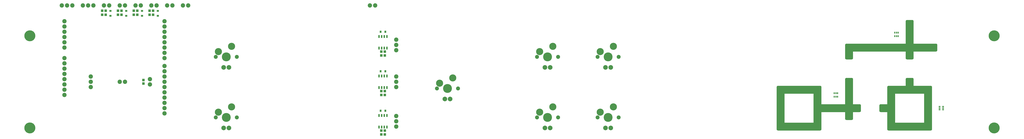
<source format=gbs>
G04 EAGLE Gerber RS-274X export*
G75*
%MOMM*%
%FSLAX34Y34*%
%LPD*%
%INSoldermask Bottom*%
%IPPOS*%
%AMOC8*
5,1,8,0,0,1.08239X$1,22.5*%
G01*
%ADD10C,5.283200*%
%ADD11R,0.833200X1.033200*%
%ADD12C,2.082800*%
%ADD13R,0.803200X1.403200*%
%ADD14R,1.303200X1.203200*%
%ADD15R,1.033200X0.833200*%
%ADD16C,4.292600*%
%ADD17C,1.910081*%
%ADD18C,2.235200*%
%ADD19C,3.429000*%
%ADD20R,0.603200X0.903200*%
%ADD21R,0.903200X0.603200*%
%ADD22R,1.203200X1.303200*%

G36*
X3898903Y209551D02*
X3898903Y209551D01*
X3898906Y209551D01*
X3899253Y209571D01*
X3899611Y209591D01*
X3899614Y209591D01*
X3899617Y209591D01*
X3899957Y209650D01*
X3900314Y209710D01*
X3900316Y209711D01*
X3900319Y209711D01*
X3900664Y209811D01*
X3900998Y209907D01*
X3901001Y209909D01*
X3901004Y209909D01*
X3901328Y210044D01*
X3901656Y210180D01*
X3901659Y210182D01*
X3901661Y210183D01*
X3901973Y210355D01*
X3902280Y210525D01*
X3902282Y210527D01*
X3902285Y210528D01*
X3902582Y210739D01*
X3902861Y210938D01*
X3902863Y210939D01*
X3902865Y210941D01*
X3903133Y211181D01*
X3903392Y211412D01*
X3903394Y211415D01*
X3903396Y211416D01*
X3903634Y211684D01*
X3903866Y211944D01*
X3903868Y211946D01*
X3903870Y211948D01*
X3904068Y212229D01*
X3904278Y212525D01*
X3904280Y212528D01*
X3904281Y212530D01*
X3904444Y212826D01*
X3904622Y213149D01*
X3904623Y213152D01*
X3904625Y213154D01*
X3904756Y213472D01*
X3904894Y213807D01*
X3904895Y213810D01*
X3904896Y213813D01*
X3904991Y214142D01*
X3905091Y214492D01*
X3905092Y214495D01*
X3905092Y214498D01*
X3905152Y214851D01*
X3905210Y215194D01*
X3905210Y215197D01*
X3905211Y215200D01*
X3905249Y215900D01*
X3905249Y298451D01*
X4019551Y298451D01*
X4019551Y266700D01*
X4019551Y266697D01*
X4019551Y266694D01*
X4019571Y266347D01*
X4019591Y265989D01*
X4019591Y265986D01*
X4019591Y265983D01*
X4019650Y265643D01*
X4019710Y265286D01*
X4019711Y265284D01*
X4019711Y265281D01*
X4019811Y264936D01*
X4019907Y264602D01*
X4019909Y264599D01*
X4019909Y264596D01*
X4020044Y264272D01*
X4020180Y263944D01*
X4020182Y263941D01*
X4020183Y263939D01*
X4020355Y263627D01*
X4020525Y263320D01*
X4020527Y263318D01*
X4020528Y263315D01*
X4020739Y263018D01*
X4020938Y262739D01*
X4020939Y262737D01*
X4020941Y262735D01*
X4021181Y262467D01*
X4021412Y262208D01*
X4021415Y262206D01*
X4021416Y262204D01*
X4021684Y261966D01*
X4021944Y261734D01*
X4021946Y261732D01*
X4021948Y261730D01*
X4022229Y261532D01*
X4022525Y261322D01*
X4022528Y261321D01*
X4022530Y261319D01*
X4022826Y261156D01*
X4023149Y260978D01*
X4023152Y260977D01*
X4023154Y260975D01*
X4023472Y260844D01*
X4023807Y260706D01*
X4023810Y260705D01*
X4023813Y260704D01*
X4024142Y260610D01*
X4024492Y260509D01*
X4024495Y260508D01*
X4024498Y260508D01*
X4024851Y260448D01*
X4025194Y260390D01*
X4025197Y260390D01*
X4025200Y260389D01*
X4025900Y260351D01*
X4051300Y260351D01*
X4051303Y260351D01*
X4051306Y260351D01*
X4051653Y260371D01*
X4052011Y260391D01*
X4052014Y260391D01*
X4052017Y260391D01*
X4052357Y260450D01*
X4052714Y260510D01*
X4052716Y260511D01*
X4052719Y260511D01*
X4053064Y260611D01*
X4053398Y260707D01*
X4053401Y260709D01*
X4053404Y260709D01*
X4053728Y260844D01*
X4054056Y260980D01*
X4054059Y260982D01*
X4054061Y260983D01*
X4054373Y261155D01*
X4054680Y261325D01*
X4054682Y261327D01*
X4054685Y261328D01*
X4054982Y261539D01*
X4055261Y261738D01*
X4055263Y261739D01*
X4055265Y261741D01*
X4055533Y261981D01*
X4055792Y262212D01*
X4055794Y262215D01*
X4055796Y262216D01*
X4056034Y262484D01*
X4056266Y262744D01*
X4056268Y262746D01*
X4056270Y262748D01*
X4056468Y263029D01*
X4056678Y263325D01*
X4056680Y263328D01*
X4056681Y263330D01*
X4056844Y263626D01*
X4057022Y263949D01*
X4057023Y263952D01*
X4057025Y263954D01*
X4057156Y264272D01*
X4057294Y264607D01*
X4057295Y264610D01*
X4057296Y264613D01*
X4057391Y264942D01*
X4057491Y265292D01*
X4057492Y265295D01*
X4057492Y265298D01*
X4057552Y265651D01*
X4057610Y265994D01*
X4057610Y265997D01*
X4057611Y266000D01*
X4057649Y266700D01*
X4057649Y298451D01*
X4089400Y298451D01*
X4089403Y298451D01*
X4089406Y298451D01*
X4089753Y298471D01*
X4090111Y298491D01*
X4090114Y298491D01*
X4090117Y298491D01*
X4090457Y298550D01*
X4090814Y298610D01*
X4090816Y298611D01*
X4090819Y298611D01*
X4091164Y298711D01*
X4091498Y298807D01*
X4091501Y298809D01*
X4091504Y298809D01*
X4091828Y298944D01*
X4092156Y299080D01*
X4092159Y299082D01*
X4092161Y299083D01*
X4092473Y299255D01*
X4092780Y299425D01*
X4092782Y299427D01*
X4092785Y299428D01*
X4093082Y299639D01*
X4093361Y299838D01*
X4093363Y299839D01*
X4093365Y299841D01*
X4093633Y300081D01*
X4093892Y300312D01*
X4093894Y300315D01*
X4093896Y300316D01*
X4094134Y300584D01*
X4094366Y300844D01*
X4094368Y300846D01*
X4094370Y300848D01*
X4094568Y301129D01*
X4094778Y301425D01*
X4094780Y301428D01*
X4094781Y301430D01*
X4094944Y301726D01*
X4095122Y302049D01*
X4095123Y302052D01*
X4095125Y302054D01*
X4095256Y302372D01*
X4095394Y302707D01*
X4095395Y302710D01*
X4095396Y302713D01*
X4095491Y303042D01*
X4095591Y303392D01*
X4095592Y303395D01*
X4095592Y303398D01*
X4095652Y303751D01*
X4095710Y304094D01*
X4095710Y304097D01*
X4095711Y304100D01*
X4095749Y304800D01*
X4095749Y330200D01*
X4095749Y330203D01*
X4095749Y330206D01*
X4095730Y330539D01*
X4095709Y330911D01*
X4095709Y330914D01*
X4095709Y330917D01*
X4095650Y331257D01*
X4095590Y331614D01*
X4095589Y331616D01*
X4095589Y331619D01*
X4095489Y331964D01*
X4095393Y332298D01*
X4095391Y332301D01*
X4095391Y332304D01*
X4095256Y332628D01*
X4095120Y332956D01*
X4095118Y332959D01*
X4095117Y332961D01*
X4094945Y333273D01*
X4094775Y333580D01*
X4094773Y333582D01*
X4094772Y333585D01*
X4094561Y333882D01*
X4094363Y334161D01*
X4094361Y334163D01*
X4094359Y334165D01*
X4094120Y334432D01*
X4093888Y334692D01*
X4093885Y334694D01*
X4093884Y334696D01*
X4093616Y334934D01*
X4093356Y335166D01*
X4093354Y335168D01*
X4093352Y335170D01*
X4093071Y335368D01*
X4092775Y335578D01*
X4092772Y335580D01*
X4092770Y335581D01*
X4092474Y335744D01*
X4092151Y335922D01*
X4092148Y335923D01*
X4092146Y335925D01*
X4091828Y336056D01*
X4091493Y336194D01*
X4091490Y336195D01*
X4091487Y336196D01*
X4091158Y336291D01*
X4090808Y336391D01*
X4090805Y336392D01*
X4090803Y336392D01*
X4090449Y336452D01*
X4090106Y336510D01*
X4090103Y336510D01*
X4090100Y336511D01*
X4089400Y336549D01*
X4057649Y336549D01*
X4057649Y457200D01*
X4057649Y457203D01*
X4057649Y457206D01*
X4057629Y457553D01*
X4057609Y457911D01*
X4057609Y457914D01*
X4057609Y457917D01*
X4057550Y458257D01*
X4057490Y458614D01*
X4057489Y458616D01*
X4057489Y458619D01*
X4057389Y458964D01*
X4057293Y459298D01*
X4057291Y459301D01*
X4057291Y459304D01*
X4057156Y459628D01*
X4057020Y459956D01*
X4057018Y459959D01*
X4057017Y459961D01*
X4056845Y460273D01*
X4056675Y460580D01*
X4056673Y460582D01*
X4056672Y460585D01*
X4056461Y460882D01*
X4056263Y461161D01*
X4056261Y461163D01*
X4056259Y461165D01*
X4056019Y461433D01*
X4055788Y461692D01*
X4055785Y461694D01*
X4055784Y461696D01*
X4055516Y461934D01*
X4055256Y462166D01*
X4055254Y462168D01*
X4055252Y462170D01*
X4054971Y462368D01*
X4054675Y462578D01*
X4054672Y462580D01*
X4054670Y462581D01*
X4054374Y462744D01*
X4054051Y462922D01*
X4054048Y462923D01*
X4054046Y462925D01*
X4053728Y463056D01*
X4053393Y463194D01*
X4053390Y463195D01*
X4053387Y463196D01*
X4053058Y463291D01*
X4052708Y463391D01*
X4052705Y463392D01*
X4052703Y463392D01*
X4052349Y463452D01*
X4052006Y463510D01*
X4052003Y463510D01*
X4052000Y463511D01*
X4051300Y463549D01*
X4025900Y463549D01*
X4025897Y463549D01*
X4025894Y463549D01*
X4025547Y463529D01*
X4025189Y463509D01*
X4025186Y463509D01*
X4025183Y463509D01*
X4024843Y463450D01*
X4024486Y463390D01*
X4024484Y463389D01*
X4024481Y463389D01*
X4024136Y463289D01*
X4023802Y463193D01*
X4023799Y463191D01*
X4023796Y463191D01*
X4023472Y463056D01*
X4023144Y462920D01*
X4023141Y462918D01*
X4023139Y462917D01*
X4022827Y462745D01*
X4022520Y462575D01*
X4022518Y462573D01*
X4022515Y462572D01*
X4022218Y462361D01*
X4021939Y462163D01*
X4021937Y462161D01*
X4021935Y462159D01*
X4021667Y461919D01*
X4021408Y461688D01*
X4021407Y461685D01*
X4021404Y461684D01*
X4021166Y461416D01*
X4020934Y461156D01*
X4020932Y461154D01*
X4020930Y461152D01*
X4020732Y460871D01*
X4020522Y460575D01*
X4020521Y460572D01*
X4020519Y460570D01*
X4020356Y460274D01*
X4020178Y459951D01*
X4020177Y459948D01*
X4020175Y459946D01*
X4020044Y459628D01*
X4019906Y459293D01*
X4019905Y459290D01*
X4019904Y459287D01*
X4019810Y458958D01*
X4019709Y458608D01*
X4019708Y458605D01*
X4019708Y458603D01*
X4019648Y458249D01*
X4019590Y457906D01*
X4019590Y457903D01*
X4019589Y457900D01*
X4019551Y457200D01*
X4019551Y336549D01*
X3905249Y336549D01*
X3905249Y419100D01*
X3905249Y419103D01*
X3905249Y419106D01*
X3905231Y419429D01*
X3905209Y419811D01*
X3905209Y419814D01*
X3905209Y419817D01*
X3905150Y420157D01*
X3905090Y420514D01*
X3905089Y420516D01*
X3905089Y420519D01*
X3904989Y420864D01*
X3904893Y421198D01*
X3904891Y421201D01*
X3904891Y421204D01*
X3904756Y421528D01*
X3904620Y421856D01*
X3904618Y421859D01*
X3904617Y421861D01*
X3904445Y422173D01*
X3904275Y422480D01*
X3904273Y422482D01*
X3904272Y422485D01*
X3904061Y422782D01*
X3903863Y423061D01*
X3903861Y423063D01*
X3903859Y423065D01*
X3903629Y423322D01*
X3903388Y423592D01*
X3903385Y423594D01*
X3903384Y423596D01*
X3903116Y423834D01*
X3902856Y424066D01*
X3902854Y424068D01*
X3902852Y424070D01*
X3902571Y424268D01*
X3902275Y424478D01*
X3902272Y424480D01*
X3902270Y424481D01*
X3901974Y424644D01*
X3901651Y424822D01*
X3901648Y424823D01*
X3901646Y424825D01*
X3901328Y424956D01*
X3900993Y425094D01*
X3900990Y425095D01*
X3900987Y425096D01*
X3900658Y425191D01*
X3900308Y425291D01*
X3900305Y425292D01*
X3900303Y425292D01*
X3899949Y425352D01*
X3899606Y425410D01*
X3899603Y425410D01*
X3899600Y425411D01*
X3898900Y425449D01*
X3695700Y425449D01*
X3695697Y425449D01*
X3695694Y425449D01*
X3695347Y425429D01*
X3694989Y425409D01*
X3694986Y425409D01*
X3694983Y425409D01*
X3694643Y425350D01*
X3694286Y425290D01*
X3694284Y425289D01*
X3694281Y425289D01*
X3693936Y425189D01*
X3693602Y425093D01*
X3693599Y425091D01*
X3693596Y425091D01*
X3693272Y424956D01*
X3692944Y424820D01*
X3692941Y424818D01*
X3692939Y424817D01*
X3692627Y424645D01*
X3692320Y424475D01*
X3692318Y424473D01*
X3692315Y424472D01*
X3692018Y424261D01*
X3691739Y424063D01*
X3691737Y424061D01*
X3691735Y424059D01*
X3691467Y423819D01*
X3691208Y423588D01*
X3691207Y423585D01*
X3691204Y423584D01*
X3690966Y423316D01*
X3690734Y423056D01*
X3690732Y423054D01*
X3690730Y423052D01*
X3690532Y422771D01*
X3690322Y422475D01*
X3690321Y422472D01*
X3690319Y422470D01*
X3690156Y422174D01*
X3689978Y421851D01*
X3689977Y421848D01*
X3689975Y421846D01*
X3689844Y421528D01*
X3689706Y421193D01*
X3689705Y421190D01*
X3689704Y421187D01*
X3689610Y420858D01*
X3689509Y420508D01*
X3689508Y420505D01*
X3689508Y420503D01*
X3689448Y420149D01*
X3689390Y419806D01*
X3689390Y419803D01*
X3689389Y419800D01*
X3689351Y419100D01*
X3689351Y215900D01*
X3689351Y215897D01*
X3689351Y215894D01*
X3689371Y215547D01*
X3689391Y215189D01*
X3689391Y215186D01*
X3689391Y215183D01*
X3689450Y214843D01*
X3689510Y214486D01*
X3689511Y214484D01*
X3689511Y214481D01*
X3689611Y214136D01*
X3689707Y213802D01*
X3689709Y213799D01*
X3689709Y213796D01*
X3689844Y213472D01*
X3689980Y213144D01*
X3689982Y213141D01*
X3689983Y213139D01*
X3690155Y212827D01*
X3690325Y212520D01*
X3690327Y212518D01*
X3690328Y212515D01*
X3690539Y212218D01*
X3690738Y211939D01*
X3690739Y211937D01*
X3690741Y211935D01*
X3690981Y211667D01*
X3691212Y211408D01*
X3691215Y211407D01*
X3691216Y211404D01*
X3691484Y211166D01*
X3691744Y210934D01*
X3691746Y210932D01*
X3691748Y210930D01*
X3692029Y210732D01*
X3692325Y210522D01*
X3692328Y210521D01*
X3692330Y210519D01*
X3692626Y210356D01*
X3692949Y210178D01*
X3692952Y210177D01*
X3692954Y210175D01*
X3693272Y210044D01*
X3693607Y209906D01*
X3693610Y209905D01*
X3693613Y209904D01*
X3693942Y209810D01*
X3694292Y209709D01*
X3694295Y209708D01*
X3694298Y209708D01*
X3694651Y209648D01*
X3694994Y209590D01*
X3694997Y209590D01*
X3695000Y209589D01*
X3695700Y209551D01*
X3898900Y209551D01*
X3898903Y209551D01*
G37*
G36*
X4432303Y209551D02*
X4432303Y209551D01*
X4432306Y209551D01*
X4432653Y209571D01*
X4433011Y209591D01*
X4433014Y209591D01*
X4433017Y209591D01*
X4433357Y209650D01*
X4433714Y209710D01*
X4433716Y209711D01*
X4433719Y209711D01*
X4434064Y209811D01*
X4434398Y209907D01*
X4434401Y209909D01*
X4434404Y209909D01*
X4434728Y210044D01*
X4435056Y210180D01*
X4435059Y210182D01*
X4435061Y210183D01*
X4435373Y210355D01*
X4435680Y210525D01*
X4435682Y210527D01*
X4435685Y210528D01*
X4435982Y210739D01*
X4436261Y210938D01*
X4436263Y210939D01*
X4436265Y210941D01*
X4436533Y211181D01*
X4436792Y211412D01*
X4436794Y211415D01*
X4436796Y211416D01*
X4437034Y211684D01*
X4437266Y211944D01*
X4437268Y211946D01*
X4437270Y211948D01*
X4437468Y212229D01*
X4437678Y212525D01*
X4437680Y212528D01*
X4437681Y212530D01*
X4437844Y212826D01*
X4438022Y213149D01*
X4438023Y213152D01*
X4438025Y213154D01*
X4438156Y213472D01*
X4438294Y213807D01*
X4438295Y213810D01*
X4438296Y213813D01*
X4438391Y214142D01*
X4438491Y214492D01*
X4438492Y214495D01*
X4438492Y214498D01*
X4438552Y214851D01*
X4438610Y215194D01*
X4438610Y215197D01*
X4438611Y215200D01*
X4438649Y215900D01*
X4438649Y419100D01*
X4438649Y419103D01*
X4438649Y419106D01*
X4438631Y419429D01*
X4438609Y419811D01*
X4438609Y419814D01*
X4438609Y419817D01*
X4438550Y420157D01*
X4438490Y420514D01*
X4438489Y420516D01*
X4438489Y420519D01*
X4438389Y420864D01*
X4438293Y421198D01*
X4438291Y421201D01*
X4438291Y421204D01*
X4438156Y421528D01*
X4438020Y421856D01*
X4438018Y421859D01*
X4438017Y421861D01*
X4437845Y422173D01*
X4437675Y422480D01*
X4437673Y422482D01*
X4437672Y422485D01*
X4437461Y422782D01*
X4437263Y423061D01*
X4437261Y423063D01*
X4437259Y423065D01*
X4437029Y423322D01*
X4436788Y423592D01*
X4436785Y423594D01*
X4436784Y423596D01*
X4436516Y423834D01*
X4436256Y424066D01*
X4436254Y424068D01*
X4436252Y424070D01*
X4435971Y424268D01*
X4435675Y424478D01*
X4435672Y424480D01*
X4435670Y424481D01*
X4435374Y424644D01*
X4435051Y424822D01*
X4435048Y424823D01*
X4435046Y424825D01*
X4434728Y424956D01*
X4434393Y425094D01*
X4434390Y425095D01*
X4434387Y425096D01*
X4434058Y425191D01*
X4433708Y425291D01*
X4433705Y425292D01*
X4433703Y425292D01*
X4433349Y425352D01*
X4433006Y425410D01*
X4433003Y425410D01*
X4433000Y425411D01*
X4432300Y425449D01*
X4349749Y425449D01*
X4349749Y457200D01*
X4349749Y457203D01*
X4349749Y457206D01*
X4349729Y457553D01*
X4349709Y457911D01*
X4349709Y457914D01*
X4349709Y457917D01*
X4349650Y458257D01*
X4349590Y458614D01*
X4349589Y458616D01*
X4349589Y458619D01*
X4349489Y458964D01*
X4349393Y459298D01*
X4349391Y459301D01*
X4349391Y459304D01*
X4349256Y459628D01*
X4349120Y459956D01*
X4349118Y459959D01*
X4349117Y459961D01*
X4348945Y460273D01*
X4348775Y460580D01*
X4348773Y460582D01*
X4348772Y460585D01*
X4348561Y460882D01*
X4348363Y461161D01*
X4348361Y461163D01*
X4348359Y461165D01*
X4348119Y461433D01*
X4347888Y461692D01*
X4347885Y461694D01*
X4347884Y461696D01*
X4347616Y461934D01*
X4347356Y462166D01*
X4347354Y462168D01*
X4347352Y462170D01*
X4347071Y462368D01*
X4346775Y462578D01*
X4346772Y462580D01*
X4346770Y462581D01*
X4346474Y462744D01*
X4346151Y462922D01*
X4346148Y462923D01*
X4346146Y462925D01*
X4345828Y463056D01*
X4345493Y463194D01*
X4345490Y463195D01*
X4345487Y463196D01*
X4345158Y463291D01*
X4344808Y463391D01*
X4344805Y463392D01*
X4344803Y463392D01*
X4344449Y463452D01*
X4344106Y463510D01*
X4344103Y463510D01*
X4344100Y463511D01*
X4343400Y463549D01*
X4318000Y463549D01*
X4317997Y463549D01*
X4317994Y463549D01*
X4317647Y463529D01*
X4317289Y463509D01*
X4317286Y463509D01*
X4317283Y463509D01*
X4316943Y463450D01*
X4316586Y463390D01*
X4316584Y463389D01*
X4316581Y463389D01*
X4316236Y463289D01*
X4315902Y463193D01*
X4315899Y463191D01*
X4315896Y463191D01*
X4315572Y463056D01*
X4315244Y462920D01*
X4315241Y462918D01*
X4315239Y462917D01*
X4314927Y462745D01*
X4314620Y462575D01*
X4314618Y462573D01*
X4314615Y462572D01*
X4314318Y462361D01*
X4314039Y462163D01*
X4314037Y462161D01*
X4314035Y462159D01*
X4313767Y461919D01*
X4313508Y461688D01*
X4313507Y461685D01*
X4313504Y461684D01*
X4313266Y461416D01*
X4313034Y461156D01*
X4313032Y461154D01*
X4313030Y461152D01*
X4312832Y460871D01*
X4312622Y460575D01*
X4312621Y460572D01*
X4312619Y460570D01*
X4312456Y460274D01*
X4312278Y459951D01*
X4312277Y459948D01*
X4312275Y459946D01*
X4312144Y459628D01*
X4312006Y459293D01*
X4312005Y459290D01*
X4312004Y459287D01*
X4311910Y458958D01*
X4311809Y458608D01*
X4311808Y458605D01*
X4311808Y458603D01*
X4311748Y458249D01*
X4311690Y457906D01*
X4311690Y457903D01*
X4311689Y457900D01*
X4311651Y457200D01*
X4311651Y425449D01*
X4229100Y425449D01*
X4229097Y425449D01*
X4229094Y425449D01*
X4228747Y425429D01*
X4228389Y425409D01*
X4228386Y425409D01*
X4228383Y425409D01*
X4228043Y425350D01*
X4227686Y425290D01*
X4227684Y425289D01*
X4227681Y425289D01*
X4227336Y425189D01*
X4227002Y425093D01*
X4226999Y425091D01*
X4226996Y425091D01*
X4226672Y424956D01*
X4226344Y424820D01*
X4226341Y424818D01*
X4226339Y424817D01*
X4226027Y424645D01*
X4225720Y424475D01*
X4225718Y424473D01*
X4225715Y424472D01*
X4225418Y424261D01*
X4225139Y424063D01*
X4225137Y424061D01*
X4225135Y424059D01*
X4224867Y423819D01*
X4224608Y423588D01*
X4224607Y423585D01*
X4224604Y423584D01*
X4224366Y423316D01*
X4224134Y423056D01*
X4224132Y423054D01*
X4224130Y423052D01*
X4223932Y422771D01*
X4223722Y422475D01*
X4223721Y422472D01*
X4223719Y422470D01*
X4223556Y422174D01*
X4223378Y421851D01*
X4223377Y421848D01*
X4223375Y421846D01*
X4223244Y421528D01*
X4223106Y421193D01*
X4223105Y421190D01*
X4223104Y421187D01*
X4223010Y420858D01*
X4222909Y420508D01*
X4222908Y420505D01*
X4222908Y420503D01*
X4222848Y420149D01*
X4222790Y419806D01*
X4222790Y419803D01*
X4222789Y419800D01*
X4222751Y419100D01*
X4222751Y336549D01*
X4191000Y336549D01*
X4190997Y336549D01*
X4190994Y336549D01*
X4190647Y336529D01*
X4190289Y336509D01*
X4190286Y336509D01*
X4190283Y336509D01*
X4189943Y336450D01*
X4189586Y336390D01*
X4189584Y336389D01*
X4189581Y336389D01*
X4189236Y336289D01*
X4188902Y336193D01*
X4188899Y336191D01*
X4188896Y336191D01*
X4188572Y336056D01*
X4188244Y335920D01*
X4188241Y335918D01*
X4188239Y335917D01*
X4187927Y335745D01*
X4187620Y335575D01*
X4187618Y335573D01*
X4187615Y335572D01*
X4187318Y335361D01*
X4187039Y335163D01*
X4187037Y335161D01*
X4187035Y335159D01*
X4186767Y334919D01*
X4186508Y334688D01*
X4186507Y334685D01*
X4186504Y334684D01*
X4186266Y334416D01*
X4186034Y334156D01*
X4186032Y334154D01*
X4186030Y334152D01*
X4185832Y333871D01*
X4185622Y333575D01*
X4185621Y333572D01*
X4185619Y333570D01*
X4185456Y333274D01*
X4185278Y332951D01*
X4185277Y332948D01*
X4185275Y332946D01*
X4185144Y332628D01*
X4185006Y332293D01*
X4185005Y332290D01*
X4185004Y332287D01*
X4184910Y331958D01*
X4184809Y331608D01*
X4184808Y331605D01*
X4184808Y331603D01*
X4184748Y331249D01*
X4184690Y330906D01*
X4184690Y330903D01*
X4184689Y330900D01*
X4184651Y330200D01*
X4184651Y304800D01*
X4184651Y304797D01*
X4184651Y304794D01*
X4184671Y304437D01*
X4184691Y304089D01*
X4184691Y304086D01*
X4184691Y304083D01*
X4184750Y303743D01*
X4184810Y303386D01*
X4184811Y303384D01*
X4184811Y303381D01*
X4184911Y303036D01*
X4185007Y302702D01*
X4185009Y302699D01*
X4185009Y302696D01*
X4185144Y302372D01*
X4185280Y302044D01*
X4185282Y302041D01*
X4185283Y302039D01*
X4185455Y301727D01*
X4185625Y301420D01*
X4185627Y301418D01*
X4185628Y301415D01*
X4185839Y301118D01*
X4186038Y300839D01*
X4186039Y300837D01*
X4186041Y300835D01*
X4186281Y300567D01*
X4186512Y300308D01*
X4186515Y300307D01*
X4186516Y300304D01*
X4186784Y300066D01*
X4187044Y299834D01*
X4187046Y299832D01*
X4187048Y299830D01*
X4187329Y299632D01*
X4187625Y299422D01*
X4187628Y299421D01*
X4187630Y299419D01*
X4187926Y299256D01*
X4188249Y299078D01*
X4188252Y299077D01*
X4188254Y299075D01*
X4188572Y298944D01*
X4188907Y298806D01*
X4188910Y298805D01*
X4188913Y298804D01*
X4189242Y298710D01*
X4189592Y298609D01*
X4189595Y298608D01*
X4189598Y298608D01*
X4189951Y298548D01*
X4190294Y298490D01*
X4190297Y298490D01*
X4190300Y298489D01*
X4191000Y298451D01*
X4222751Y298451D01*
X4222751Y215900D01*
X4222751Y215897D01*
X4222751Y215894D01*
X4222771Y215547D01*
X4222791Y215189D01*
X4222791Y215186D01*
X4222791Y215183D01*
X4222850Y214843D01*
X4222910Y214486D01*
X4222911Y214484D01*
X4222911Y214481D01*
X4223011Y214136D01*
X4223107Y213802D01*
X4223109Y213799D01*
X4223109Y213796D01*
X4223244Y213472D01*
X4223380Y213144D01*
X4223382Y213141D01*
X4223383Y213139D01*
X4223555Y212827D01*
X4223725Y212520D01*
X4223727Y212518D01*
X4223728Y212515D01*
X4223939Y212218D01*
X4224138Y211939D01*
X4224139Y211937D01*
X4224141Y211935D01*
X4224381Y211667D01*
X4224612Y211408D01*
X4224615Y211407D01*
X4224616Y211404D01*
X4224884Y211166D01*
X4225144Y210934D01*
X4225146Y210932D01*
X4225148Y210930D01*
X4225429Y210732D01*
X4225725Y210522D01*
X4225728Y210521D01*
X4225730Y210519D01*
X4226026Y210356D01*
X4226349Y210178D01*
X4226352Y210177D01*
X4226354Y210175D01*
X4226672Y210044D01*
X4227007Y209906D01*
X4227010Y209905D01*
X4227013Y209904D01*
X4227342Y209810D01*
X4227692Y209709D01*
X4227695Y209708D01*
X4227698Y209708D01*
X4228051Y209648D01*
X4228394Y209590D01*
X4228397Y209590D01*
X4228400Y209589D01*
X4229100Y209551D01*
X4432300Y209551D01*
X4432303Y209551D01*
G37*
G36*
X4051303Y552451D02*
X4051303Y552451D01*
X4051306Y552451D01*
X4051653Y552471D01*
X4052011Y552491D01*
X4052014Y552491D01*
X4052017Y552491D01*
X4052357Y552550D01*
X4052714Y552610D01*
X4052716Y552611D01*
X4052719Y552611D01*
X4053064Y552711D01*
X4053398Y552807D01*
X4053401Y552809D01*
X4053404Y552809D01*
X4053728Y552944D01*
X4054056Y553080D01*
X4054059Y553082D01*
X4054061Y553083D01*
X4054373Y553255D01*
X4054680Y553425D01*
X4054682Y553427D01*
X4054685Y553428D01*
X4054982Y553639D01*
X4055261Y553838D01*
X4055263Y553839D01*
X4055265Y553841D01*
X4055533Y554081D01*
X4055792Y554312D01*
X4055794Y554315D01*
X4055796Y554316D01*
X4056034Y554584D01*
X4056266Y554844D01*
X4056268Y554846D01*
X4056270Y554848D01*
X4056468Y555129D01*
X4056678Y555425D01*
X4056680Y555428D01*
X4056681Y555430D01*
X4056844Y555726D01*
X4057022Y556049D01*
X4057023Y556052D01*
X4057025Y556054D01*
X4057156Y556372D01*
X4057294Y556707D01*
X4057295Y556710D01*
X4057296Y556713D01*
X4057391Y557042D01*
X4057491Y557392D01*
X4057492Y557395D01*
X4057492Y557398D01*
X4057552Y557751D01*
X4057610Y558094D01*
X4057610Y558097D01*
X4057611Y558100D01*
X4057649Y558800D01*
X4057649Y590551D01*
X4311651Y590551D01*
X4311651Y558800D01*
X4311651Y558797D01*
X4311651Y558794D01*
X4311671Y558447D01*
X4311691Y558089D01*
X4311691Y558086D01*
X4311691Y558083D01*
X4311750Y557743D01*
X4311810Y557386D01*
X4311811Y557384D01*
X4311811Y557381D01*
X4311911Y557036D01*
X4312007Y556702D01*
X4312009Y556699D01*
X4312009Y556696D01*
X4312144Y556372D01*
X4312280Y556044D01*
X4312282Y556041D01*
X4312283Y556039D01*
X4312455Y555727D01*
X4312625Y555420D01*
X4312627Y555418D01*
X4312628Y555415D01*
X4312839Y555118D01*
X4313038Y554839D01*
X4313039Y554837D01*
X4313041Y554835D01*
X4313281Y554567D01*
X4313512Y554308D01*
X4313515Y554307D01*
X4313516Y554304D01*
X4313784Y554066D01*
X4314044Y553834D01*
X4314046Y553832D01*
X4314048Y553830D01*
X4314329Y553632D01*
X4314625Y553422D01*
X4314628Y553421D01*
X4314630Y553419D01*
X4314926Y553256D01*
X4315249Y553078D01*
X4315252Y553077D01*
X4315254Y553075D01*
X4315572Y552944D01*
X4315907Y552806D01*
X4315910Y552805D01*
X4315913Y552804D01*
X4316242Y552710D01*
X4316592Y552609D01*
X4316595Y552608D01*
X4316598Y552608D01*
X4316951Y552548D01*
X4317294Y552490D01*
X4317297Y552490D01*
X4317300Y552489D01*
X4318000Y552451D01*
X4343400Y552451D01*
X4343403Y552451D01*
X4343406Y552451D01*
X4343753Y552471D01*
X4344111Y552491D01*
X4344114Y552491D01*
X4344117Y552491D01*
X4344457Y552550D01*
X4344814Y552610D01*
X4344816Y552611D01*
X4344819Y552611D01*
X4345164Y552711D01*
X4345498Y552807D01*
X4345501Y552809D01*
X4345504Y552809D01*
X4345828Y552944D01*
X4346156Y553080D01*
X4346159Y553082D01*
X4346161Y553083D01*
X4346473Y553255D01*
X4346780Y553425D01*
X4346782Y553427D01*
X4346785Y553428D01*
X4347082Y553639D01*
X4347361Y553838D01*
X4347363Y553839D01*
X4347365Y553841D01*
X4347633Y554081D01*
X4347892Y554312D01*
X4347894Y554315D01*
X4347896Y554316D01*
X4348134Y554584D01*
X4348366Y554844D01*
X4348368Y554846D01*
X4348370Y554848D01*
X4348568Y555129D01*
X4348778Y555425D01*
X4348780Y555428D01*
X4348781Y555430D01*
X4348944Y555726D01*
X4349122Y556049D01*
X4349123Y556052D01*
X4349125Y556054D01*
X4349256Y556372D01*
X4349394Y556707D01*
X4349395Y556710D01*
X4349396Y556713D01*
X4349491Y557042D01*
X4349591Y557392D01*
X4349592Y557395D01*
X4349592Y557398D01*
X4349652Y557751D01*
X4349710Y558094D01*
X4349710Y558097D01*
X4349711Y558100D01*
X4349749Y558800D01*
X4349749Y590551D01*
X4457700Y590551D01*
X4457703Y590551D01*
X4457706Y590551D01*
X4458053Y590571D01*
X4458411Y590591D01*
X4458414Y590591D01*
X4458417Y590591D01*
X4458757Y590650D01*
X4459114Y590710D01*
X4459116Y590711D01*
X4459119Y590711D01*
X4459464Y590811D01*
X4459798Y590907D01*
X4459801Y590909D01*
X4459804Y590909D01*
X4460128Y591044D01*
X4460456Y591180D01*
X4460459Y591182D01*
X4460461Y591183D01*
X4460773Y591355D01*
X4461080Y591525D01*
X4461082Y591527D01*
X4461085Y591528D01*
X4461382Y591739D01*
X4461661Y591938D01*
X4461663Y591939D01*
X4461665Y591941D01*
X4461933Y592181D01*
X4462192Y592412D01*
X4462194Y592415D01*
X4462196Y592416D01*
X4462434Y592684D01*
X4462666Y592944D01*
X4462668Y592946D01*
X4462670Y592948D01*
X4462868Y593229D01*
X4463078Y593525D01*
X4463080Y593528D01*
X4463081Y593530D01*
X4463244Y593826D01*
X4463422Y594149D01*
X4463423Y594152D01*
X4463425Y594154D01*
X4463556Y594472D01*
X4463694Y594807D01*
X4463695Y594810D01*
X4463696Y594813D01*
X4463791Y595142D01*
X4463891Y595492D01*
X4463892Y595495D01*
X4463892Y595498D01*
X4463952Y595851D01*
X4464010Y596194D01*
X4464010Y596197D01*
X4464011Y596200D01*
X4464049Y596900D01*
X4464049Y622300D01*
X4464049Y622303D01*
X4464049Y622306D01*
X4464030Y622645D01*
X4464009Y623011D01*
X4464009Y623014D01*
X4464009Y623017D01*
X4463950Y623357D01*
X4463890Y623714D01*
X4463889Y623716D01*
X4463889Y623719D01*
X4463789Y624064D01*
X4463693Y624398D01*
X4463691Y624401D01*
X4463691Y624404D01*
X4463556Y624728D01*
X4463420Y625056D01*
X4463418Y625059D01*
X4463417Y625061D01*
X4463245Y625373D01*
X4463075Y625680D01*
X4463073Y625682D01*
X4463072Y625685D01*
X4462861Y625982D01*
X4462663Y626261D01*
X4462661Y626263D01*
X4462659Y626265D01*
X4462419Y626533D01*
X4462188Y626792D01*
X4462185Y626794D01*
X4462184Y626796D01*
X4461916Y627034D01*
X4461656Y627266D01*
X4461654Y627268D01*
X4461652Y627270D01*
X4461371Y627468D01*
X4461075Y627678D01*
X4461072Y627680D01*
X4461070Y627681D01*
X4460774Y627844D01*
X4460451Y628022D01*
X4460448Y628023D01*
X4460446Y628025D01*
X4460128Y628156D01*
X4459793Y628294D01*
X4459790Y628295D01*
X4459787Y628296D01*
X4459458Y628391D01*
X4459108Y628491D01*
X4459105Y628492D01*
X4459103Y628492D01*
X4458749Y628552D01*
X4458406Y628610D01*
X4458403Y628610D01*
X4458400Y628611D01*
X4457700Y628649D01*
X4349749Y628649D01*
X4349749Y736600D01*
X4349749Y736603D01*
X4349749Y736606D01*
X4349729Y736953D01*
X4349709Y737311D01*
X4349709Y737314D01*
X4349709Y737317D01*
X4349650Y737657D01*
X4349590Y738014D01*
X4349589Y738016D01*
X4349589Y738019D01*
X4349489Y738364D01*
X4349393Y738698D01*
X4349391Y738701D01*
X4349391Y738704D01*
X4349256Y739028D01*
X4349120Y739356D01*
X4349118Y739359D01*
X4349117Y739361D01*
X4348945Y739673D01*
X4348775Y739980D01*
X4348773Y739982D01*
X4348772Y739985D01*
X4348561Y740282D01*
X4348363Y740561D01*
X4348361Y740563D01*
X4348359Y740565D01*
X4348119Y740833D01*
X4347888Y741092D01*
X4347885Y741094D01*
X4347884Y741096D01*
X4347616Y741334D01*
X4347356Y741566D01*
X4347354Y741568D01*
X4347352Y741570D01*
X4347071Y741768D01*
X4346775Y741978D01*
X4346772Y741980D01*
X4346770Y741981D01*
X4346474Y742144D01*
X4346151Y742322D01*
X4346148Y742323D01*
X4346146Y742325D01*
X4345828Y742456D01*
X4345493Y742594D01*
X4345490Y742595D01*
X4345487Y742596D01*
X4345158Y742691D01*
X4344808Y742791D01*
X4344805Y742792D01*
X4344803Y742792D01*
X4344449Y742852D01*
X4344106Y742910D01*
X4344103Y742910D01*
X4344100Y742911D01*
X4343400Y742949D01*
X4318000Y742949D01*
X4317997Y742949D01*
X4317994Y742949D01*
X4317647Y742929D01*
X4317289Y742909D01*
X4317286Y742909D01*
X4317283Y742909D01*
X4316943Y742850D01*
X4316586Y742790D01*
X4316584Y742789D01*
X4316581Y742789D01*
X4316236Y742689D01*
X4315902Y742593D01*
X4315899Y742591D01*
X4315896Y742591D01*
X4315572Y742456D01*
X4315244Y742320D01*
X4315241Y742318D01*
X4315239Y742317D01*
X4314927Y742145D01*
X4314620Y741975D01*
X4314618Y741973D01*
X4314615Y741972D01*
X4314318Y741761D01*
X4314039Y741563D01*
X4314037Y741561D01*
X4314035Y741559D01*
X4313767Y741319D01*
X4313508Y741088D01*
X4313507Y741085D01*
X4313504Y741084D01*
X4313266Y740816D01*
X4313034Y740556D01*
X4313032Y740554D01*
X4313030Y740552D01*
X4312832Y740271D01*
X4312622Y739975D01*
X4312621Y739972D01*
X4312619Y739970D01*
X4312456Y739674D01*
X4312278Y739351D01*
X4312277Y739348D01*
X4312275Y739346D01*
X4312144Y739028D01*
X4312006Y738693D01*
X4312005Y738690D01*
X4312004Y738687D01*
X4311910Y738358D01*
X4311809Y738008D01*
X4311808Y738005D01*
X4311808Y738003D01*
X4311748Y737649D01*
X4311690Y737306D01*
X4311690Y737303D01*
X4311689Y737300D01*
X4311651Y736600D01*
X4311651Y628649D01*
X4025900Y628649D01*
X4025897Y628649D01*
X4025894Y628649D01*
X4025547Y628629D01*
X4025189Y628609D01*
X4025186Y628609D01*
X4025183Y628609D01*
X4024843Y628550D01*
X4024486Y628490D01*
X4024484Y628489D01*
X4024481Y628489D01*
X4024136Y628389D01*
X4023802Y628293D01*
X4023799Y628291D01*
X4023796Y628291D01*
X4023472Y628156D01*
X4023144Y628020D01*
X4023141Y628018D01*
X4023139Y628017D01*
X4022827Y627845D01*
X4022520Y627675D01*
X4022518Y627673D01*
X4022515Y627672D01*
X4022218Y627461D01*
X4021939Y627263D01*
X4021937Y627261D01*
X4021935Y627259D01*
X4021667Y627019D01*
X4021408Y626788D01*
X4021407Y626785D01*
X4021404Y626784D01*
X4021166Y626516D01*
X4020934Y626256D01*
X4020932Y626254D01*
X4020930Y626252D01*
X4020732Y625971D01*
X4020522Y625675D01*
X4020521Y625672D01*
X4020519Y625670D01*
X4020356Y625374D01*
X4020178Y625051D01*
X4020177Y625048D01*
X4020175Y625046D01*
X4020044Y624728D01*
X4019906Y624393D01*
X4019905Y624390D01*
X4019904Y624387D01*
X4019810Y624058D01*
X4019709Y623708D01*
X4019708Y623705D01*
X4019708Y623703D01*
X4019648Y623349D01*
X4019590Y623006D01*
X4019590Y623003D01*
X4019589Y623000D01*
X4019551Y622300D01*
X4019551Y558800D01*
X4019551Y558797D01*
X4019551Y558794D01*
X4019571Y558447D01*
X4019591Y558089D01*
X4019591Y558086D01*
X4019591Y558083D01*
X4019650Y557743D01*
X4019710Y557386D01*
X4019711Y557384D01*
X4019711Y557381D01*
X4019811Y557036D01*
X4019907Y556702D01*
X4019909Y556699D01*
X4019909Y556696D01*
X4020044Y556372D01*
X4020180Y556044D01*
X4020182Y556041D01*
X4020183Y556039D01*
X4020355Y555727D01*
X4020525Y555420D01*
X4020527Y555418D01*
X4020528Y555415D01*
X4020739Y555118D01*
X4020938Y554839D01*
X4020939Y554837D01*
X4020941Y554835D01*
X4021181Y554567D01*
X4021412Y554308D01*
X4021415Y554307D01*
X4021416Y554304D01*
X4021684Y554066D01*
X4021944Y553834D01*
X4021946Y553832D01*
X4021948Y553830D01*
X4022229Y553632D01*
X4022525Y553422D01*
X4022528Y553421D01*
X4022530Y553419D01*
X4022826Y553256D01*
X4023149Y553078D01*
X4023152Y553077D01*
X4023154Y553075D01*
X4023472Y552944D01*
X4023807Y552806D01*
X4023810Y552805D01*
X4023813Y552804D01*
X4024142Y552710D01*
X4024492Y552609D01*
X4024495Y552608D01*
X4024498Y552608D01*
X4024851Y552548D01*
X4025194Y552490D01*
X4025197Y552490D01*
X4025200Y552489D01*
X4025900Y552451D01*
X4051300Y552451D01*
X4051303Y552451D01*
G37*
%LPC*%
G36*
X4260849Y247649D02*
X4260849Y247649D01*
X4260849Y387351D01*
X4400551Y387351D01*
X4400551Y247649D01*
X4260849Y247649D01*
G37*
%LPD*%
%LPC*%
G36*
X3727449Y247649D02*
X3727449Y247649D01*
X3727449Y387351D01*
X3867151Y387351D01*
X3867151Y247649D01*
X3727449Y247649D01*
G37*
%LPD*%
D10*
X87630Y666750D03*
X87630Y222250D03*
X4738370Y666750D03*
X4738370Y222250D03*
D11*
X1802200Y685800D03*
X1779200Y685800D03*
X1802200Y495300D03*
X1779200Y495300D03*
X1802200Y304800D03*
X1779200Y304800D03*
D12*
X1854200Y647700D03*
X1854200Y622300D03*
X1854200Y596900D03*
X1854200Y469900D03*
X1854200Y444500D03*
X1854200Y419100D03*
X1854200Y279400D03*
X1854200Y254000D03*
X1854200Y228600D03*
D13*
X1809750Y607000D03*
X1797050Y607000D03*
X1784350Y607000D03*
X1771650Y607000D03*
X1771650Y663000D03*
X1784350Y663000D03*
X1797050Y663000D03*
X1809750Y663000D03*
X1809750Y416500D03*
X1797050Y416500D03*
X1784350Y416500D03*
X1771650Y416500D03*
X1771650Y472500D03*
X1784350Y472500D03*
X1797050Y472500D03*
X1809750Y472500D03*
X1809750Y226000D03*
X1797050Y226000D03*
X1784350Y226000D03*
X1771650Y226000D03*
X1771650Y282000D03*
X1784350Y282000D03*
X1797050Y282000D03*
X1809750Y282000D03*
D14*
X1799200Y590550D03*
X1782200Y590550D03*
X1799200Y571500D03*
X1782200Y571500D03*
X1799200Y381000D03*
X1782200Y381000D03*
X1799200Y400050D03*
X1782200Y400050D03*
X1799200Y190500D03*
X1782200Y190500D03*
X1799200Y209550D03*
X1782200Y209550D03*
D15*
X704850Y786200D03*
X704850Y763200D03*
D14*
X664600Y787400D03*
X681600Y787400D03*
X681600Y768350D03*
X664600Y768350D03*
D15*
X628650Y786200D03*
X628650Y763200D03*
D14*
X588400Y787400D03*
X605400Y787400D03*
X605400Y768350D03*
X588400Y768350D03*
D15*
X552450Y786200D03*
X552450Y763200D03*
D14*
X512200Y787400D03*
X529200Y787400D03*
X529200Y768350D03*
X512200Y768350D03*
D15*
X476250Y786200D03*
X476250Y763200D03*
D14*
X436000Y787400D03*
X453000Y787400D03*
X453000Y768350D03*
X436000Y768350D03*
D16*
X1035050Y565150D03*
D17*
X984250Y565150D03*
X1085850Y565150D03*
D18*
X1022350Y514350D03*
X1047750Y514350D03*
D19*
X996950Y590550D03*
X1060450Y615950D03*
D16*
X1035050Y273050D03*
D17*
X984250Y273050D03*
X1085850Y273050D03*
D18*
X1022350Y222250D03*
X1047750Y222250D03*
D19*
X996950Y298450D03*
X1060450Y323850D03*
D16*
X2584450Y565150D03*
D17*
X2533650Y565150D03*
X2635250Y565150D03*
D18*
X2571750Y514350D03*
X2597150Y514350D03*
D19*
X2546350Y590550D03*
X2609850Y615950D03*
D16*
X2101850Y412750D03*
D17*
X2051050Y412750D03*
X2152650Y412750D03*
D18*
X2089150Y361950D03*
X2114550Y361950D03*
D19*
X2063750Y438150D03*
X2127250Y463550D03*
D12*
X381000Y469900D03*
X381000Y444500D03*
X381000Y419100D03*
D20*
X4259200Y681600D03*
X4275200Y681600D03*
X4267200Y681600D03*
X4259200Y664600D03*
X4267200Y664600D03*
X4275200Y664600D03*
D21*
X4491600Y325500D03*
X4491600Y309500D03*
X4491600Y317500D03*
X4474600Y325500D03*
X4474600Y317500D03*
X4474600Y309500D03*
D20*
X3983100Y372500D03*
X3967100Y372500D03*
X3975100Y372500D03*
X3983100Y389500D03*
X3975100Y389500D03*
X3967100Y389500D03*
D12*
X673100Y812800D03*
X698500Y812800D03*
X596900Y812800D03*
X622300Y812800D03*
X520700Y812800D03*
X546100Y812800D03*
X444500Y812800D03*
X469900Y812800D03*
X254000Y431800D03*
X254000Y457200D03*
X254000Y482600D03*
X254000Y508000D03*
X254000Y533400D03*
X254000Y558800D03*
X254000Y609600D03*
X254000Y635000D03*
X254000Y660400D03*
X254000Y685800D03*
X254000Y711200D03*
X254000Y736600D03*
X736600Y736600D03*
X736600Y711200D03*
X736600Y685800D03*
X736600Y660400D03*
X736600Y635000D03*
X736600Y609600D03*
X736600Y584200D03*
X736600Y558800D03*
X736600Y520700D03*
X736600Y495300D03*
X736600Y469900D03*
X736600Y444500D03*
X736600Y419100D03*
X736600Y393700D03*
X736600Y368300D03*
X736600Y342900D03*
X736600Y317500D03*
X736600Y292100D03*
X254000Y406400D03*
X254000Y381000D03*
X546100Y444500D03*
X520700Y444500D03*
D16*
X2584450Y273050D03*
D17*
X2533650Y273050D03*
X2635250Y273050D03*
D18*
X2571750Y222250D03*
X2597150Y222250D03*
D19*
X2546350Y298450D03*
X2609850Y323850D03*
D12*
X342900Y812800D03*
X368300Y812800D03*
X393700Y812800D03*
X241300Y812800D03*
X266700Y812800D03*
X292100Y812800D03*
X666750Y431800D03*
X666750Y457200D03*
D22*
X635000Y436000D03*
X635000Y453000D03*
D16*
X2876550Y565150D03*
D17*
X2825750Y565150D03*
X2927350Y565150D03*
D18*
X2863850Y514350D03*
X2889250Y514350D03*
D19*
X2838450Y590550D03*
X2901950Y615950D03*
D16*
X2876550Y273050D03*
D17*
X2825750Y273050D03*
X2927350Y273050D03*
D18*
X2863850Y222250D03*
X2889250Y222250D03*
D19*
X2838450Y298450D03*
X2901950Y323850D03*
D12*
X1752600Y812800D03*
X1727200Y812800D03*
X825500Y812800D03*
X850900Y812800D03*
X749300Y812800D03*
X774700Y812800D03*
M02*

</source>
